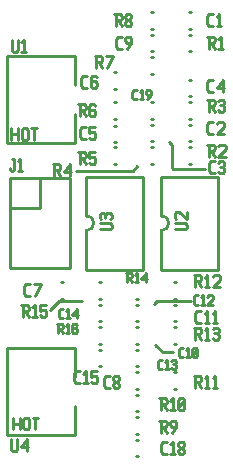
<source format=gbr>
G04 start of page 8 for group -4079 idx -4079 *
G04 Title: (unknown), topsilk *
G04 Creator: pcb 4.2.2 *
G04 CreationDate: Sat Aug  8 01:25:40 2020 UTC *
G04 For: harold *
G04 Format: Gerber/RS-274X *
G04 PCB-Dimensions (mil): 6000.00 5000.00 *
G04 PCB-Coordinate-Origin: lower left *
%MOIN*%
%FSLAX25Y25*%
%LNTOPSILK*%
%ADD49C,0.0100*%
G54D49*X169500Y259500D02*X166000D01*
X163500Y262000D01*
X175500Y276500D02*X164000D01*
X163000Y275500D01*
X128500Y273500D02*X131500Y276500D01*
X139000D01*
X157500Y321500D02*X156000Y320000D01*
X137000D01*
X180000Y320500D02*X169500D01*
X169000Y321000D01*
Y328500D01*
X168000Y329500D01*
X116000Y237540D02*Y233700D01*
X118400Y237540D02*Y233700D01*
X116000Y235620D02*X118400D01*
X119552Y237060D02*Y234180D01*
Y237060D02*X120032Y237540D01*
X120992D01*
X121472Y237060D01*
Y234180D01*
X120992Y233700D02*X121472Y234180D01*
X120032Y233700D02*X120992D01*
X119552Y234180D02*X120032Y233700D01*
X122624Y237540D02*X124544D01*
X123584D02*Y233700D01*
X115500Y334040D02*Y330200D01*
X117900Y334040D02*Y330200D01*
X115500Y332120D02*X117900D01*
X119052Y333560D02*Y330680D01*
Y333560D02*X119532Y334040D01*
X120492D01*
X120972Y333560D01*
Y330680D01*
X120492Y330200D02*X120972Y330680D01*
X119532Y330200D02*X120492D01*
X119052Y330680D02*X119532Y330200D01*
X122124Y334040D02*X124044D01*
X123084D02*Y330200D01*
X149607Y329495D02*X150393D01*
X149607Y335005D02*X150393D01*
X149607Y322245D02*X150393D01*
X149607Y327755D02*X150393D01*
X162107Y329745D02*X162893D01*
X162107Y335255D02*X162893D01*
X162107Y327755D02*X162893D01*
X162107Y322245D02*X162893D01*
X174607Y329745D02*X175393D01*
X174607Y335255D02*X175393D01*
X174607Y322245D02*X175393D01*
X174607Y327755D02*X175393D01*
X140500Y287000D02*X159500D01*
Y318000D02*Y287000D01*
X140500Y318000D02*X159500D01*
X140500Y300000D02*Y287000D01*
Y318000D02*Y305000D01*
Y300000D02*G75*G03X140500Y305000I0J2500D01*G01*
X165500Y287000D02*X184500D01*
Y318000D02*Y287000D01*
X165500Y318000D02*X184500D01*
X165500Y300000D02*Y287000D01*
Y318000D02*Y305000D01*
Y300000D02*G75*G03X165500Y305000I0J2500D01*G01*
X115000Y317500D02*Y287500D01*
X135000D01*
Y317500D01*
X115000D01*
Y307500D02*X125000D01*
Y317500D01*
X144607Y260255D02*X145393D01*
X144607Y254745D02*X145393D01*
X144607Y267755D02*X145393D01*
X144607Y262245D02*X145393D01*
X114114Y260964D02*Y231830D01*
Y260964D02*X136752D01*
X114114Y231830D02*X136752D01*
Y241476D02*Y231830D01*
Y260964D02*Y251319D01*
X157107Y269745D02*X157893D01*
X157107Y275255D02*X157893D01*
X169607Y269745D02*X170393D01*
X169607Y275255D02*X170393D01*
X169607Y267755D02*X170393D01*
X169607Y262245D02*X170393D01*
X157107D02*X157893D01*
X157107Y267755D02*X157893D01*
X157107Y254745D02*X157893D01*
X157107Y260255D02*X157893D01*
X157107Y282755D02*X157893D01*
X157107Y277245D02*X157893D01*
X169607D02*X170393D01*
X169607Y282755D02*X170393D01*
X144607Y269745D02*X145393D01*
X144607Y275255D02*X145393D01*
X144607Y277245D02*X145393D01*
X144607Y282755D02*X145393D01*
X132107D02*X132893D01*
X132107Y277245D02*X132893D01*
X157107Y252755D02*X157893D01*
X157107Y247245D02*X157893D01*
X157107Y232245D02*X157893D01*
X157107Y237755D02*X157893D01*
X169607Y252755D02*X170393D01*
X169607Y247245D02*X170393D01*
X157107Y224745D02*X157893D01*
X157107Y230255D02*X157893D01*
X157107Y245255D02*X157893D01*
X157107Y239745D02*X157893D01*
X174607Y372755D02*X175393D01*
X174607Y367245D02*X175393D01*
X162107Y352245D02*X162893D01*
X162107Y357755D02*X162893D01*
X162107Y359745D02*X162893D01*
X162107Y365255D02*X162893D01*
X162107Y372755D02*X162893D01*
X162107Y367245D02*X162893D01*
X174607Y359745D02*X175393D01*
X174607Y365255D02*X175393D01*
X174607Y342755D02*X175393D01*
X174607Y337245D02*X175393D01*
X174607Y344745D02*X175393D01*
X174607Y350255D02*X175393D01*
X149607Y342755D02*X150393D01*
X149607Y337245D02*X150393D01*
X162107Y342755D02*X162893D01*
X162107Y337245D02*X162893D01*
X149607Y352755D02*X150393D01*
X149607Y347245D02*X150393D01*
X114114Y358307D02*Y329173D01*
Y358307D02*X136752D01*
X114114Y329173D02*X136752D01*
Y338819D02*Y329173D01*
Y358307D02*Y348662D01*
X170000Y300500D02*X173500D01*
X174000Y301000D01*
Y302000D02*Y301000D01*
Y302000D02*X173500Y302500D01*
X170000D02*X173500D01*
X170500Y303700D02*X170000Y304200D01*
Y305700D02*Y304200D01*
Y305700D02*X170500Y306200D01*
X171500D01*
X174000Y303700D02*X171500Y306200D01*
X174000D02*Y303700D01*
X145000Y300500D02*X148500D01*
X149000Y301000D01*
Y302000D02*Y301000D01*
Y302000D02*X148500Y302500D01*
X145000D02*X148500D01*
X145500Y303700D02*X145000Y304200D01*
Y305200D02*Y304200D01*
Y305200D02*X145500Y305700D01*
X149000Y305200D02*X148500Y305700D01*
X149000Y305200D02*Y304200D01*
X148500Y303700D02*X149000Y304200D01*
X146800Y305200D02*Y304200D01*
X145500Y305700D02*X146300D01*
X147300D02*X148500D01*
X147300D02*X146800Y305200D01*
X146300Y305700D02*X146800Y305200D01*
X139050Y330400D02*X140350D01*
X138350Y331100D02*X139050Y330400D01*
X138350Y333700D02*Y331100D01*
Y333700D02*X139050Y334400D01*
X140350D01*
X141550D02*X143550D01*
X141550D02*Y332400D01*
X142050Y332900D01*
X143050D01*
X143550Y332400D01*
Y330900D01*
X143050Y330400D02*X143550Y330900D01*
X142050Y330400D02*X143050D01*
X141550Y330900D02*X142050Y330400D01*
X137850Y342150D02*X139850D01*
X140350Y341650D01*
Y340650D01*
X139850Y340150D02*X140350Y340650D01*
X138350Y340150D02*X139850D01*
X138350Y342150D02*Y338150D01*
X139150Y340150D02*X140350Y338150D01*
X143050Y342150D02*X143550Y341650D01*
X142050Y342150D02*X143050D01*
X141550Y341650D02*X142050Y342150D01*
X141550Y341650D02*Y338650D01*
X142050Y338150D01*
X143050Y340350D02*X143550Y339850D01*
X141550Y340350D02*X143050D01*
X142050Y338150D02*X143050D01*
X143550Y338650D01*
Y339850D02*Y338650D01*
X137850Y326150D02*X139850D01*
X140350Y325650D01*
Y324650D01*
X139850Y324150D02*X140350Y324650D01*
X138350Y324150D02*X139850D01*
X138350Y326150D02*Y322150D01*
X139150Y324150D02*X140350Y322150D01*
X141550Y326150D02*X143550D01*
X141550D02*Y324150D01*
X142050Y324650D01*
X143050D01*
X143550Y324150D01*
Y322650D01*
X143050Y322150D02*X143550Y322650D01*
X142050Y322150D02*X143050D01*
X141550Y322650D02*X142050Y322150D01*
X143350Y358150D02*X145350D01*
X145850Y357650D01*
Y356650D01*
X145350Y356150D02*X145850Y356650D01*
X143850Y356150D02*X145350D01*
X143850Y358150D02*Y354150D01*
X144650Y356150D02*X145850Y354150D01*
X147550D02*X149550Y358150D01*
X147050D02*X149550D01*
X139550Y347650D02*X140850D01*
X138850Y348350D02*X139550Y347650D01*
X138850Y350950D02*Y348350D01*
Y350950D02*X139550Y351650D01*
X140850D01*
X143550D02*X144050Y351150D01*
X142550Y351650D02*X143550D01*
X142050Y351150D02*X142550Y351650D01*
X142050Y351150D02*Y348150D01*
X142550Y347650D01*
X143550Y349850D02*X144050Y349350D01*
X142050Y349850D02*X143550D01*
X142550Y347650D02*X143550D01*
X144050Y348150D01*
Y349350D02*Y348150D01*
X129350Y322150D02*X131350D01*
X131850Y321650D01*
Y320650D01*
X131350Y320150D02*X131850Y320650D01*
X129850Y320150D02*X131350D01*
X129850Y322150D02*Y318150D01*
X130650Y320150D02*X131850Y318150D01*
X133050Y319650D02*X135050Y322150D01*
X133050Y319650D02*X135550D01*
X135050Y322150D02*Y318150D01*
X115700Y324000D02*X116500D01*
Y320500D01*
X116000Y320000D02*X116500Y320500D01*
X115500Y320000D02*X116000D01*
X115000Y320500D02*X115500Y320000D01*
X115000Y321000D02*Y320500D01*
X117700Y323200D02*X118500Y324000D01*
Y320000D01*
X117700D02*X119200D01*
X156389Y343800D02*X157390D01*
X155850Y344339D02*X156389Y343800D01*
X155850Y346341D02*Y344339D01*
Y346341D02*X156389Y346880D01*
X157390D01*
X158314Y346264D02*X158930Y346880D01*
Y343800D01*
X158314D02*X159469D01*
X160778D02*X161933Y345340D01*
Y346495D02*Y345340D01*
X161548Y346880D02*X161933Y346495D01*
X160778Y346880D02*X161548D01*
X160393Y346495D02*X160778Y346880D01*
X160393Y346495D02*Y345725D01*
X160778Y345340D01*
X161933D01*
X115657Y363662D02*Y360162D01*
X116157Y359662D01*
X117157D01*
X117657Y360162D01*
Y363662D02*Y360162D01*
X118857Y362862D02*X119657Y363662D01*
Y359662D01*
X118857D02*X120357D01*
X137050Y249150D02*X138350D01*
X136350Y249850D02*X137050Y249150D01*
X136350Y252450D02*Y249850D01*
Y252450D02*X137050Y253150D01*
X138350D01*
X139550Y252350D02*X140350Y253150D01*
Y249150D01*
X139550D02*X141050D01*
X142250Y253150D02*X144250D01*
X142250D02*Y251150D01*
X142750Y251650D01*
X143750D01*
X144250Y251150D01*
Y249650D01*
X143750Y249150D02*X144250Y249650D01*
X142750Y249150D02*X143750D01*
X142250Y249650D02*X142750Y249150D01*
X131889Y270800D02*X132890D01*
X131350Y271339D02*X131889Y270800D01*
X131350Y273341D02*Y271339D01*
Y273341D02*X131889Y273880D01*
X132890D01*
X133814Y273264D02*X134430Y273880D01*
Y270800D01*
X133814D02*X134969D01*
X135893Y271955D02*X137433Y273880D01*
X135893Y271955D02*X137818D01*
X137433Y273880D02*Y270800D01*
X130850Y268880D02*X132390D01*
X132775Y268495D01*
Y267725D01*
X132390Y267340D02*X132775Y267725D01*
X131235Y267340D02*X132390D01*
X131235Y268880D02*Y265800D01*
X131851Y267340D02*X132775Y265800D01*
X133699Y268264D02*X134315Y268880D01*
Y265800D01*
X133699D02*X134854D01*
X136933Y268880D02*X137318Y268495D01*
X136163Y268880D02*X136933D01*
X135778Y268495D02*X136163Y268880D01*
X135778Y268495D02*Y266185D01*
X136163Y265800D01*
X136933Y267494D02*X137318Y267109D01*
X135778Y267494D02*X136933D01*
X136163Y265800D02*X136933D01*
X137318Y266185D01*
Y267109D02*Y266185D01*
X118850Y275160D02*X120830D01*
X121325Y274665D01*
Y273675D01*
X120830Y273180D02*X121325Y273675D01*
X119345Y273180D02*X120830D01*
X119345Y275160D02*Y271200D01*
X120137Y273180D02*X121325Y271200D01*
X122513Y274368D02*X123305Y275160D01*
Y271200D01*
X122513D02*X123998D01*
X125186Y275160D02*X127166D01*
X125186D02*Y273180D01*
X125681Y273675D01*
X126671D01*
X127166Y273180D01*
Y271695D01*
X126671Y271200D02*X127166Y271695D01*
X125681Y271200D02*X126671D01*
X125186Y271695D02*X125681Y271200D01*
X120550Y278150D02*X121850D01*
X119850Y278850D02*X120550Y278150D01*
X119850Y281450D02*Y278850D01*
Y281450D02*X120550Y282150D01*
X121850D01*
X123550Y278150D02*X125550Y282150D01*
X123050D02*X125550D01*
X115500Y230476D02*Y226976D01*
X116000Y226476D01*
X117000D01*
X117500Y226976D01*
Y230476D02*Y226976D01*
X118700Y227976D02*X120700Y230476D01*
X118700Y227976D02*X121200D01*
X120700Y230476D02*Y226476D01*
X176889Y275300D02*X177890D01*
X176350Y275839D02*X176889Y275300D01*
X176350Y277841D02*Y275839D01*
Y277841D02*X176889Y278380D01*
X177890D01*
X178814Y277764D02*X179430Y278380D01*
Y275300D01*
X178814D02*X179969D01*
X180893Y277995D02*X181278Y278380D01*
X182433D01*
X182818Y277995D01*
Y277225D01*
X180893Y275300D02*X182818Y277225D01*
X180893Y275300D02*X182818D01*
X177550Y269150D02*X178850D01*
X176850Y269850D02*X177550Y269150D01*
X176850Y272450D02*Y269850D01*
Y272450D02*X177550Y273150D01*
X178850D01*
X180050Y272350D02*X180850Y273150D01*
Y269150D01*
X180050D02*X181550D01*
X182750Y272350D02*X183550Y273150D01*
Y269150D01*
X182750D02*X184250D01*
X176350Y267650D02*X178350D01*
X178850Y267150D01*
Y266150D01*
X178350Y265650D02*X178850Y266150D01*
X176850Y265650D02*X178350D01*
X176850Y267650D02*Y263650D01*
X177650Y265650D02*X178850Y263650D01*
X180050Y266850D02*X180850Y267650D01*
Y263650D01*
X180050D02*X181550D01*
X182750Y267150D02*X183250Y267650D01*
X184250D01*
X184750Y267150D01*
X184250Y263650D02*X184750Y264150D01*
X183250Y263650D02*X184250D01*
X182750Y264150D02*X183250Y263650D01*
Y265850D02*X184250D01*
X184750Y267150D02*Y266350D01*
Y265350D02*Y264150D01*
Y265350D02*X184250Y265850D01*
X184750Y266350D02*X184250Y265850D01*
X176350Y285150D02*X178350D01*
X178850Y284650D01*
Y283650D01*
X178350Y283150D02*X178850Y283650D01*
X176850Y283150D02*X178350D01*
X176850Y285150D02*Y281150D01*
X177650Y283150D02*X178850Y281150D01*
X180050Y284350D02*X180850Y285150D01*
Y281150D01*
X180050D02*X181550D01*
X182750Y284650D02*X183250Y285150D01*
X184750D01*
X185250Y284650D01*
Y283650D01*
X182750Y281150D02*X185250Y283650D01*
X182750Y281150D02*X185250D01*
X176350Y251650D02*X178350D01*
X178850Y251150D01*
Y250150D01*
X178350Y249650D02*X178850Y250150D01*
X176850Y249650D02*X178350D01*
X176850Y251650D02*Y247650D01*
X177650Y249650D02*X178850Y247650D01*
X180050Y250850D02*X180850Y251650D01*
Y247650D01*
X180050D02*X181550D01*
X182750Y250850D02*X183550Y251650D01*
Y247650D01*
X182750D02*X184250D01*
X171889Y257800D02*X172890D01*
X171350Y258339D02*X171889Y257800D01*
X171350Y260341D02*Y258339D01*
Y260341D02*X171889Y260880D01*
X172890D01*
X173814Y260264D02*X174430Y260880D01*
Y257800D01*
X173814D02*X174969D01*
X175893Y258185D02*X176278Y257800D01*
X175893Y260495D02*Y258185D01*
Y260495D02*X176278Y260880D01*
X177048D01*
X177433Y260495D01*
Y258185D01*
X177048Y257800D02*X177433Y258185D01*
X176278Y257800D02*X177048D01*
X175893Y258570D02*X177433Y260110D01*
X153850Y285880D02*X155390D01*
X155775Y285495D01*
Y284725D01*
X155390Y284340D02*X155775Y284725D01*
X154235Y284340D02*X155390D01*
X154235Y285880D02*Y282800D01*
X154851Y284340D02*X155775Y282800D01*
X156699Y285264D02*X157315Y285880D01*
Y282800D01*
X156699D02*X157854D01*
X158778Y283955D02*X160318Y285880D01*
X158778Y283955D02*X160703D01*
X160318Y285880D02*Y282800D01*
X147050Y247650D02*X148350D01*
X146350Y248350D02*X147050Y247650D01*
X146350Y250950D02*Y248350D01*
Y250950D02*X147050Y251650D01*
X148350D01*
X149550Y248150D02*X150050Y247650D01*
X149550Y248950D02*Y248150D01*
Y248950D02*X150250Y249650D01*
X150850D01*
X151550Y248950D01*
Y248150D01*
X151050Y247650D02*X151550Y248150D01*
X150050Y247650D02*X151050D01*
X149550Y250350D02*X150250Y249650D01*
X149550Y251150D02*Y250350D01*
Y251150D02*X150050Y251650D01*
X151050D01*
X151550Y251150D01*
Y250350D01*
X150850Y249650D02*X151550Y250350D01*
X164850Y236650D02*X166850D01*
X167350Y236150D01*
Y235150D01*
X166850Y234650D02*X167350Y235150D01*
X165350Y234650D02*X166850D01*
X165350Y236650D02*Y232650D01*
X166150Y234650D02*X167350Y232650D01*
X169050D02*X170550Y234650D01*
Y236150D02*Y234650D01*
X170050Y236650D02*X170550Y236150D01*
X169050Y236650D02*X170050D01*
X168550Y236150D02*X169050Y236650D01*
X168550Y236150D02*Y235150D01*
X169050Y234650D01*
X170550D01*
X166050Y225650D02*X167350D01*
X165350Y226350D02*X166050Y225650D01*
X165350Y228950D02*Y226350D01*
Y228950D02*X166050Y229650D01*
X167350D01*
X168550Y228850D02*X169350Y229650D01*
Y225650D01*
X168550D02*X170050D01*
X171250Y226150D02*X171750Y225650D01*
X171250Y226950D02*Y226150D01*
Y226950D02*X171950Y227650D01*
X172550D01*
X173250Y226950D01*
Y226150D01*
X172750Y225650D02*X173250Y226150D01*
X171750Y225650D02*X172750D01*
X171250Y228350D02*X171950Y227650D01*
X171250Y229150D02*Y228350D01*
Y229150D02*X171750Y229650D01*
X172750D01*
X173250Y229150D01*
Y228350D01*
X172550Y227650D02*X173250Y228350D01*
X164850Y244150D02*X166850D01*
X167350Y243650D01*
Y242650D01*
X166850Y242150D02*X167350Y242650D01*
X165350Y242150D02*X166850D01*
X165350Y244150D02*Y240150D01*
X166150Y242150D02*X167350Y240150D01*
X168550Y243350D02*X169350Y244150D01*
Y240150D01*
X168550D02*X170050D01*
X171250Y240650D02*X171750Y240150D01*
X171250Y243650D02*Y240650D01*
Y243650D02*X171750Y244150D01*
X172750D01*
X173250Y243650D01*
Y240650D01*
X172750Y240150D02*X173250Y240650D01*
X171750Y240150D02*X172750D01*
X171250Y241150D02*X173250Y243150D01*
X164903Y253800D02*X165904D01*
X164364Y254339D02*X164903Y253800D01*
X164364Y256341D02*Y254339D01*
Y256341D02*X164903Y256880D01*
X165904D01*
X166828Y256264D02*X167444Y256880D01*
Y253800D01*
X166828D02*X167983D01*
X168907Y256495D02*X169292Y256880D01*
X170062D01*
X170447Y256495D01*
X170062Y253800D02*X170447Y254185D01*
X169292Y253800D02*X170062D01*
X168907Y254185D02*X169292Y253800D01*
Y255494D02*X170062D01*
X170447Y256495D02*Y255879D01*
Y255109D02*Y254185D01*
Y255109D02*X170062Y255494D01*
X170447Y255879D02*X170062Y255494D01*
X181550Y368150D02*X182850D01*
X180850Y368850D02*X181550Y368150D01*
X180850Y371450D02*Y368850D01*
Y371450D02*X181550Y372150D01*
X182850D01*
X184050Y371350D02*X184850Y372150D01*
Y368150D01*
X184050D02*X185550D01*
X181550Y346150D02*X182850D01*
X180850Y346850D02*X181550Y346150D01*
X180850Y349450D02*Y346850D01*
Y349450D02*X181550Y350150D01*
X182850D01*
X184050Y347650D02*X186050Y350150D01*
X184050Y347650D02*X186550D01*
X186050Y350150D02*Y346150D01*
X180850Y364650D02*X182850D01*
X183350Y364150D01*
Y363150D01*
X182850Y362650D02*X183350Y363150D01*
X181350Y362650D02*X182850D01*
X181350Y364650D02*Y360650D01*
X182150Y362650D02*X183350Y360650D01*
X184550Y363850D02*X185350Y364650D01*
Y360650D01*
X184550D02*X186050D01*
X151050D02*X152350D01*
X150350Y361350D02*X151050Y360650D01*
X150350Y363950D02*Y361350D01*
Y363950D02*X151050Y364650D01*
X152350D01*
X154050Y360650D02*X155550Y362650D01*
Y364150D02*Y362650D01*
X155050Y364650D02*X155550Y364150D01*
X154050Y364650D02*X155050D01*
X153550Y364150D02*X154050Y364650D01*
X153550Y364150D02*Y363150D01*
X154050Y362650D01*
X155550D01*
X149850Y372150D02*X151850D01*
X152350Y371650D01*
Y370650D01*
X151850Y370150D02*X152350Y370650D01*
X150350Y370150D02*X151850D01*
X150350Y372150D02*Y368150D01*
X151150Y370150D02*X152350Y368150D01*
X153550Y368650D02*X154050Y368150D01*
X153550Y369450D02*Y368650D01*
Y369450D02*X154250Y370150D01*
X154850D01*
X155550Y369450D01*
Y368650D01*
X155050Y368150D02*X155550Y368650D01*
X154050Y368150D02*X155050D01*
X153550Y370850D02*X154250Y370150D01*
X153550Y371650D02*Y370850D01*
Y371650D02*X154050Y372150D01*
X155050D01*
X155550Y371650D01*
Y370850D01*
X154850Y370150D02*X155550Y370850D01*
X182050Y319150D02*X183350D01*
X181350Y319850D02*X182050Y319150D01*
X181350Y322450D02*Y319850D01*
Y322450D02*X182050Y323150D01*
X183350D01*
X184550Y322650D02*X185050Y323150D01*
X186050D01*
X186550Y322650D01*
X186050Y319150D02*X186550Y319650D01*
X185050Y319150D02*X186050D01*
X184550Y319650D02*X185050Y319150D01*
Y321350D02*X186050D01*
X186550Y322650D02*Y321850D01*
Y320850D02*Y319650D01*
Y320850D02*X186050Y321350D01*
X186550Y321850D02*X186050Y321350D01*
X181550Y332150D02*X182850D01*
X180850Y332850D02*X181550Y332150D01*
X180850Y335450D02*Y332850D01*
Y335450D02*X181550Y336150D01*
X182850D01*
X184050Y335650D02*X184550Y336150D01*
X186050D01*
X186550Y335650D01*
Y334650D01*
X184050Y332150D02*X186550Y334650D01*
X184050Y332150D02*X186550D01*
X180850Y343650D02*X182850D01*
X183350Y343150D01*
Y342150D01*
X182850Y341650D02*X183350Y342150D01*
X181350Y341650D02*X182850D01*
X181350Y343650D02*Y339650D01*
X182150Y341650D02*X183350Y339650D01*
X184550Y343150D02*X185050Y343650D01*
X186050D01*
X186550Y343150D01*
X186050Y339650D02*X186550Y340150D01*
X185050Y339650D02*X186050D01*
X184550Y340150D02*X185050Y339650D01*
Y341850D02*X186050D01*
X186550Y343150D02*Y342350D01*
Y341350D02*Y340150D01*
Y341350D02*X186050Y341850D01*
X186550Y342350D02*X186050Y341850D01*
X180850Y328650D02*X182850D01*
X183350Y328150D01*
Y327150D01*
X182850Y326650D02*X183350Y327150D01*
X181350Y326650D02*X182850D01*
X181350Y328650D02*Y324650D01*
X182150Y326650D02*X183350Y324650D01*
X184550Y328150D02*X185050Y328650D01*
X186550D01*
X187050Y328150D01*
Y327150D01*
X184550Y324650D02*X187050Y327150D01*
X184550Y324650D02*X187050D01*
M02*

</source>
